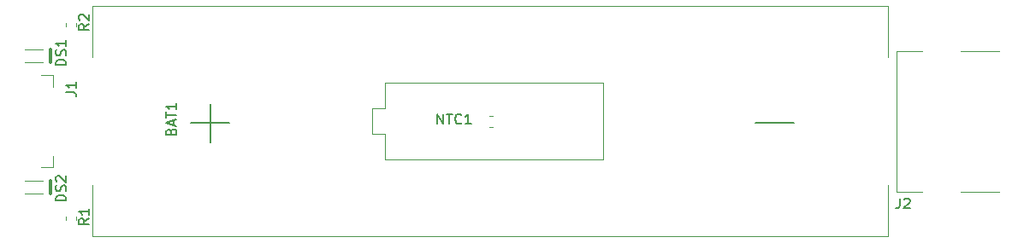
<source format=gbr>
%TF.GenerationSoftware,KiCad,Pcbnew,(5.1.6)-1*%
%TF.CreationDate,2020-08-13T11:00:50+03:00*%
%TF.ProjectId,Rechargeable 5V power bank REV 0.53,52656368-6172-4676-9561-626c65203556,rev?*%
%TF.SameCoordinates,Original*%
%TF.FileFunction,Legend,Top*%
%TF.FilePolarity,Positive*%
%FSLAX46Y46*%
G04 Gerber Fmt 4.6, Leading zero omitted, Abs format (unit mm)*
G04 Created by KiCad (PCBNEW (5.1.6)-1) date 2020-08-13 11:00:50*
%MOMM*%
%LPD*%
G01*
G04 APERTURE LIST*
%ADD10C,0.120000*%
%ADD11C,0.300000*%
%ADD12C,0.150000*%
%ADD13C,0.200000*%
G04 APERTURE END LIST*
D10*
%TO.C,BAT1*%
X107570000Y-71230000D02*
X106300000Y-71230000D01*
X107570000Y-68690000D02*
X107570000Y-71230000D01*
X129160000Y-68690000D02*
X107570000Y-68690000D01*
X129160000Y-76310000D02*
X129160000Y-68690000D01*
X107570000Y-76310000D02*
X129160000Y-76310000D01*
X107570000Y-73770000D02*
X107570000Y-76310000D01*
X106300000Y-73770000D02*
X107570000Y-73770000D01*
X106300000Y-71230000D02*
X106300000Y-73770000D01*
X157370000Y-61070000D02*
X78630000Y-61070000D01*
X78630000Y-66150000D02*
X78630000Y-61070000D01*
X157370000Y-66150000D02*
X157370000Y-61070000D01*
X78630000Y-78850000D02*
X78630000Y-83930000D01*
X78630000Y-83930000D02*
X157370000Y-83930000D01*
X157370000Y-78850000D02*
X157370000Y-83930000D01*
%TO.C,R2*%
X75990000Y-62703733D02*
X75990000Y-63046267D01*
X77010000Y-62703733D02*
X77010000Y-63046267D01*
%TO.C,R1*%
X77010000Y-82296267D02*
X77010000Y-81953733D01*
X75990000Y-82296267D02*
X75990000Y-81953733D01*
%TO.C,NTC1*%
X117953733Y-73010000D02*
X118296267Y-73010000D01*
X117953733Y-71990000D02*
X118296267Y-71990000D01*
%TO.C,J2*%
X160805000Y-79485000D02*
X158265000Y-79485000D01*
X158265000Y-79485000D02*
X158265000Y-65515000D01*
X158265000Y-65515000D02*
X160805000Y-65515000D01*
X164615000Y-79485000D02*
X168425000Y-79485000D01*
X168425000Y-65515000D02*
X164615000Y-65515000D01*
%TO.C,J1*%
X74754000Y-75929000D02*
X74754000Y-77072000D01*
X74754000Y-77072000D02*
X73611000Y-77072000D01*
X73611000Y-67928000D02*
X74754000Y-67928000D01*
X74754000Y-67928000D02*
X74754000Y-69071000D01*
D11*
%TO.C,DS2*%
X74526000Y-79635000D02*
X74526000Y-78365000D01*
D10*
X71986000Y-78365000D02*
X73764000Y-78365000D01*
X71986000Y-79635000D02*
X73764000Y-79635000D01*
D11*
%TO.C,DS1*%
X74526000Y-66635000D02*
X74526000Y-65365000D01*
D10*
X71986000Y-65365000D02*
X73764000Y-65365000D01*
X71986000Y-66635000D02*
X73764000Y-66635000D01*
%TO.C,BAT1*%
D12*
X86438571Y-73514285D02*
X86486190Y-73371428D01*
X86533809Y-73323809D01*
X86629047Y-73276190D01*
X86771904Y-73276190D01*
X86867142Y-73323809D01*
X86914761Y-73371428D01*
X86962380Y-73466666D01*
X86962380Y-73847619D01*
X85962380Y-73847619D01*
X85962380Y-73514285D01*
X86010000Y-73419047D01*
X86057619Y-73371428D01*
X86152857Y-73323809D01*
X86248095Y-73323809D01*
X86343333Y-73371428D01*
X86390952Y-73419047D01*
X86438571Y-73514285D01*
X86438571Y-73847619D01*
X86676666Y-72895238D02*
X86676666Y-72419047D01*
X86962380Y-72990476D02*
X85962380Y-72657142D01*
X86962380Y-72323809D01*
X85962380Y-72133333D02*
X85962380Y-71561904D01*
X86962380Y-71847619D02*
X85962380Y-71847619D01*
X86962380Y-70704761D02*
X86962380Y-71276190D01*
X86962380Y-70990476D02*
X85962380Y-70990476D01*
X86105238Y-71085714D01*
X86200476Y-71180952D01*
X86248095Y-71276190D01*
D13*
X88415238Y-72657142D02*
X92224761Y-72657142D01*
X90320000Y-74561904D02*
X90320000Y-70752380D01*
X144295238Y-72657142D02*
X148104761Y-72657142D01*
%TO.C,R2*%
D12*
X78326380Y-62814666D02*
X77850190Y-63148000D01*
X78326380Y-63386095D02*
X77326380Y-63386095D01*
X77326380Y-63005142D01*
X77374000Y-62909904D01*
X77421619Y-62862285D01*
X77516857Y-62814666D01*
X77659714Y-62814666D01*
X77754952Y-62862285D01*
X77802571Y-62909904D01*
X77850190Y-63005142D01*
X77850190Y-63386095D01*
X77421619Y-62433714D02*
X77374000Y-62386095D01*
X77326380Y-62290857D01*
X77326380Y-62052761D01*
X77374000Y-61957523D01*
X77421619Y-61909904D01*
X77516857Y-61862285D01*
X77612095Y-61862285D01*
X77754952Y-61909904D01*
X78326380Y-62481333D01*
X78326380Y-61862285D01*
%TO.C,R1*%
X78326380Y-82118666D02*
X77850190Y-82452000D01*
X78326380Y-82690095D02*
X77326380Y-82690095D01*
X77326380Y-82309142D01*
X77374000Y-82213904D01*
X77421619Y-82166285D01*
X77516857Y-82118666D01*
X77659714Y-82118666D01*
X77754952Y-82166285D01*
X77802571Y-82213904D01*
X77850190Y-82309142D01*
X77850190Y-82690095D01*
X78326380Y-81166285D02*
X78326380Y-81737714D01*
X78326380Y-81452000D02*
X77326380Y-81452000D01*
X77469238Y-81547238D01*
X77564476Y-81642476D01*
X77612095Y-81737714D01*
%TO.C,NTC1*%
X112807142Y-72752380D02*
X112807142Y-71752380D01*
X113378571Y-72752380D01*
X113378571Y-71752380D01*
X113711904Y-71752380D02*
X114283333Y-71752380D01*
X113997619Y-72752380D02*
X113997619Y-71752380D01*
X115188095Y-72657142D02*
X115140476Y-72704761D01*
X114997619Y-72752380D01*
X114902380Y-72752380D01*
X114759523Y-72704761D01*
X114664285Y-72609523D01*
X114616666Y-72514285D01*
X114569047Y-72323809D01*
X114569047Y-72180952D01*
X114616666Y-71990476D01*
X114664285Y-71895238D01*
X114759523Y-71800000D01*
X114902380Y-71752380D01*
X114997619Y-71752380D01*
X115140476Y-71800000D01*
X115188095Y-71847619D01*
X116140476Y-72752380D02*
X115569047Y-72752380D01*
X115854761Y-72752380D02*
X115854761Y-71752380D01*
X115759523Y-71895238D01*
X115664285Y-71990476D01*
X115569047Y-72038095D01*
%TO.C,J2*%
X158566666Y-80134380D02*
X158566666Y-80848666D01*
X158519047Y-80991523D01*
X158423809Y-81086761D01*
X158280952Y-81134380D01*
X158185714Y-81134380D01*
X158995238Y-80229619D02*
X159042857Y-80182000D01*
X159138095Y-80134380D01*
X159376190Y-80134380D01*
X159471428Y-80182000D01*
X159519047Y-80229619D01*
X159566666Y-80324857D01*
X159566666Y-80420095D01*
X159519047Y-80562952D01*
X158947619Y-81134380D01*
X159566666Y-81134380D01*
%TO.C,J1*%
X76056380Y-69585333D02*
X76770666Y-69585333D01*
X76913523Y-69632952D01*
X77008761Y-69728190D01*
X77056380Y-69871047D01*
X77056380Y-69966285D01*
X77056380Y-68585333D02*
X77056380Y-69156761D01*
X77056380Y-68871047D02*
X76056380Y-68871047D01*
X76199238Y-68966285D01*
X76294476Y-69061523D01*
X76342095Y-69156761D01*
%TO.C,DS2*%
X76040380Y-80372285D02*
X75040380Y-80372285D01*
X75040380Y-80134190D01*
X75088000Y-79991333D01*
X75183238Y-79896095D01*
X75278476Y-79848476D01*
X75468952Y-79800857D01*
X75611809Y-79800857D01*
X75802285Y-79848476D01*
X75897523Y-79896095D01*
X75992761Y-79991333D01*
X76040380Y-80134190D01*
X76040380Y-80372285D01*
X75992761Y-79419904D02*
X76040380Y-79277047D01*
X76040380Y-79038952D01*
X75992761Y-78943714D01*
X75945142Y-78896095D01*
X75849904Y-78848476D01*
X75754666Y-78848476D01*
X75659428Y-78896095D01*
X75611809Y-78943714D01*
X75564190Y-79038952D01*
X75516571Y-79229428D01*
X75468952Y-79324666D01*
X75421333Y-79372285D01*
X75326095Y-79419904D01*
X75230857Y-79419904D01*
X75135619Y-79372285D01*
X75088000Y-79324666D01*
X75040380Y-79229428D01*
X75040380Y-78991333D01*
X75088000Y-78848476D01*
X75135619Y-78467523D02*
X75088000Y-78419904D01*
X75040380Y-78324666D01*
X75040380Y-78086571D01*
X75088000Y-77991333D01*
X75135619Y-77943714D01*
X75230857Y-77896095D01*
X75326095Y-77896095D01*
X75468952Y-77943714D01*
X76040380Y-78515142D01*
X76040380Y-77896095D01*
%TO.C,DS1*%
X76040380Y-66910285D02*
X75040380Y-66910285D01*
X75040380Y-66672190D01*
X75088000Y-66529333D01*
X75183238Y-66434095D01*
X75278476Y-66386476D01*
X75468952Y-66338857D01*
X75611809Y-66338857D01*
X75802285Y-66386476D01*
X75897523Y-66434095D01*
X75992761Y-66529333D01*
X76040380Y-66672190D01*
X76040380Y-66910285D01*
X75992761Y-65957904D02*
X76040380Y-65815047D01*
X76040380Y-65576952D01*
X75992761Y-65481714D01*
X75945142Y-65434095D01*
X75849904Y-65386476D01*
X75754666Y-65386476D01*
X75659428Y-65434095D01*
X75611809Y-65481714D01*
X75564190Y-65576952D01*
X75516571Y-65767428D01*
X75468952Y-65862666D01*
X75421333Y-65910285D01*
X75326095Y-65957904D01*
X75230857Y-65957904D01*
X75135619Y-65910285D01*
X75088000Y-65862666D01*
X75040380Y-65767428D01*
X75040380Y-65529333D01*
X75088000Y-65386476D01*
X76040380Y-64434095D02*
X76040380Y-65005523D01*
X76040380Y-64719809D02*
X75040380Y-64719809D01*
X75183238Y-64815047D01*
X75278476Y-64910285D01*
X75326095Y-65005523D01*
%TD*%
M02*

</source>
